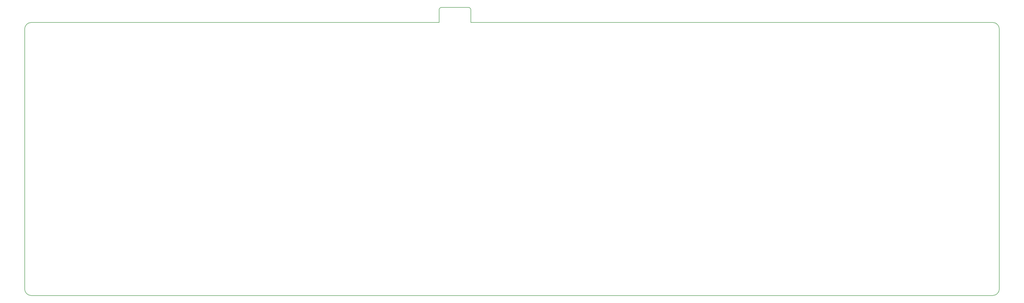
<source format=gbr>
G04 #@! TF.GenerationSoftware,KiCad,Pcbnew,(5.1.4)-1*
G04 #@! TF.CreationDate,2020-03-16T10:49:11-07:00*
G04 #@! TF.ProjectId,frogdor,66726f67-646f-4722-9e6b-696361645f70,rev?*
G04 #@! TF.SameCoordinates,Original*
G04 #@! TF.FileFunction,Profile,NP*
%FSLAX46Y46*%
G04 Gerber Fmt 4.6, Leading zero omitted, Abs format (unit mm)*
G04 Created by KiCad (PCBNEW (5.1.4)-1) date 2020-03-16 10:49:11*
%MOMM*%
%LPD*%
G04 APERTURE LIST*
%ADD10C,0.200000*%
G04 APERTURE END LIST*
D10*
X278907793Y-154040001D02*
G75*
G02X279907793Y-155040001I0J-1000000D01*
G01*
X476370000Y-159740001D02*
X279907793Y-159740001D01*
X114370001Y-262740000D02*
X476370000Y-262740000D01*
X267907793Y-155040001D02*
G75*
G02X268907793Y-154040001I1000000J0D01*
G01*
X279907793Y-159740001D02*
X279907793Y-155040001D01*
X476370000Y-159740001D02*
G75*
G02X478870000Y-162240001I0J-2500000D01*
G01*
X114370001Y-262740000D02*
G75*
G02X111870001Y-260240000I0J2500000D01*
G01*
X111870001Y-162240001D02*
X111870001Y-260240000D01*
X111870001Y-162240001D02*
G75*
G02X114370001Y-159740001I2500000J0D01*
G01*
X267907793Y-159740001D02*
X114370001Y-159740001D01*
X267907793Y-155040001D02*
X267907793Y-159740001D01*
X278907793Y-154040001D02*
X268907793Y-154040001D01*
X478870000Y-260240000D02*
X478870000Y-162240001D01*
X478870000Y-260240000D02*
G75*
G02X476370000Y-262740000I-2500000J0D01*
G01*
M02*

</source>
